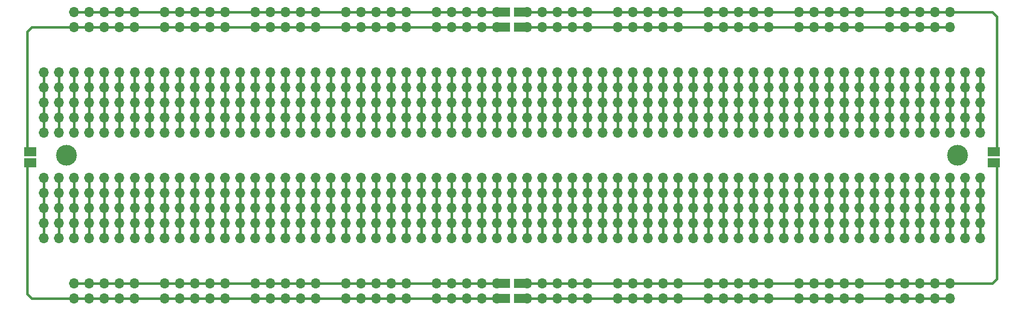
<source format=gbl>
G04 #@! TF.GenerationSoftware,KiCad,Pcbnew,(5.1.8)-1*
G04 #@! TF.CreationDate,2021-02-07T23:28:57+01:00*
G04 #@! TF.ProjectId,Breadboard 830,42726561-6462-46f6-9172-64203833302e,rev?*
G04 #@! TF.SameCoordinates,Original*
G04 #@! TF.FileFunction,Copper,L2,Bot*
G04 #@! TF.FilePolarity,Positive*
%FSLAX46Y46*%
G04 Gerber Fmt 4.6, Leading zero omitted, Abs format (unit mm)*
G04 Created by KiCad (PCBNEW (5.1.8)-1) date 2021-02-07 23:28:57*
%MOMM*%
%LPD*%
G01*
G04 APERTURE LIST*
G04 #@! TA.AperFunction,SMDPad,CuDef*
%ADD10R,1.900000X1.600000*%
G04 #@! TD*
G04 #@! TA.AperFunction,WasherPad*
%ADD11C,3.500000*%
G04 #@! TD*
G04 #@! TA.AperFunction,ComponentPad*
%ADD12O,1.700000X1.700000*%
G04 #@! TD*
G04 #@! TA.AperFunction,SMDPad,CuDef*
%ADD13R,2.000000X1.500000*%
G04 #@! TD*
G04 #@! TA.AperFunction,Conductor*
%ADD14C,0.381000*%
G04 #@! TD*
G04 APERTURE END LIST*
D10*
X166370000Y-71120000D03*
X163830000Y-71120000D03*
X166370000Y-73660000D03*
X163830000Y-73660000D03*
X166370000Y-116840000D03*
X163830000Y-116840000D03*
X166370000Y-119380000D03*
X163830000Y-119380000D03*
D11*
X240030000Y-95250000D03*
X90170000Y-95250000D03*
D12*
X132080000Y-116840000D03*
X129540000Y-116840000D03*
X127000000Y-116840000D03*
X124460000Y-116840000D03*
X121920000Y-116840000D03*
X121920000Y-119380000D03*
X124460000Y-119380000D03*
X127000000Y-119380000D03*
X129540000Y-119380000D03*
X132080000Y-119380000D03*
X101600000Y-116840000D03*
X99060000Y-116840000D03*
X96520000Y-116840000D03*
X93980000Y-116840000D03*
X91440000Y-116840000D03*
X91440000Y-119380000D03*
X93980000Y-119380000D03*
X96520000Y-119380000D03*
X99060000Y-119380000D03*
X101600000Y-119380000D03*
X116840000Y-116840000D03*
X114300000Y-116840000D03*
X111760000Y-116840000D03*
X109220000Y-116840000D03*
X106680000Y-116840000D03*
X106680000Y-119380000D03*
X109220000Y-119380000D03*
X111760000Y-119380000D03*
X114300000Y-119380000D03*
X116840000Y-119380000D03*
X208280000Y-116840000D03*
X205740000Y-116840000D03*
X203200000Y-116840000D03*
X200660000Y-116840000D03*
X198120000Y-116840000D03*
X198120000Y-119380000D03*
X200660000Y-119380000D03*
X203200000Y-119380000D03*
X205740000Y-119380000D03*
X208280000Y-119380000D03*
X238760000Y-116840000D03*
X236220000Y-116840000D03*
X233680000Y-116840000D03*
X231140000Y-116840000D03*
X228600000Y-116840000D03*
X228600000Y-119380000D03*
X231140000Y-119380000D03*
X233680000Y-119380000D03*
X236220000Y-119380000D03*
X238760000Y-119380000D03*
X193040000Y-116840000D03*
X190500000Y-116840000D03*
X187960000Y-116840000D03*
X185420000Y-116840000D03*
X182880000Y-116840000D03*
X182880000Y-119380000D03*
X185420000Y-119380000D03*
X187960000Y-119380000D03*
X190500000Y-119380000D03*
X193040000Y-119380000D03*
X162560000Y-116840000D03*
X160020000Y-116840000D03*
X157480000Y-116840000D03*
X154940000Y-116840000D03*
X152400000Y-116840000D03*
X152400000Y-119380000D03*
X154940000Y-119380000D03*
X157480000Y-119380000D03*
X160020000Y-119380000D03*
X162560000Y-119380000D03*
X177800000Y-116840000D03*
X175260000Y-116840000D03*
X172720000Y-116840000D03*
X170180000Y-116840000D03*
X167640000Y-116840000D03*
X167640000Y-119380000D03*
X170180000Y-119380000D03*
X172720000Y-119380000D03*
X175260000Y-119380000D03*
X177800000Y-119380000D03*
X147320000Y-116840000D03*
X144780000Y-116840000D03*
X142240000Y-116840000D03*
X139700000Y-116840000D03*
X137160000Y-116840000D03*
X137160000Y-119380000D03*
X139700000Y-119380000D03*
X142240000Y-119380000D03*
X144780000Y-119380000D03*
X147320000Y-119380000D03*
X223520000Y-116840000D03*
X220980000Y-116840000D03*
X218440000Y-116840000D03*
X215900000Y-116840000D03*
X213360000Y-116840000D03*
X213360000Y-119380000D03*
X215900000Y-119380000D03*
X218440000Y-119380000D03*
X220980000Y-119380000D03*
X223520000Y-119380000D03*
X193040000Y-71120000D03*
X190500000Y-71120000D03*
X187960000Y-71120000D03*
X185420000Y-71120000D03*
X182880000Y-71120000D03*
X182880000Y-73660000D03*
X185420000Y-73660000D03*
X187960000Y-73660000D03*
X190500000Y-73660000D03*
X193040000Y-73660000D03*
X223520000Y-71120000D03*
X220980000Y-71120000D03*
X218440000Y-71120000D03*
X215900000Y-71120000D03*
X213360000Y-71120000D03*
X213360000Y-73660000D03*
X215900000Y-73660000D03*
X218440000Y-73660000D03*
X220980000Y-73660000D03*
X223520000Y-73660000D03*
X238760000Y-71120000D03*
X236220000Y-71120000D03*
X233680000Y-71120000D03*
X231140000Y-71120000D03*
X228600000Y-71120000D03*
X228600000Y-73660000D03*
X231140000Y-73660000D03*
X233680000Y-73660000D03*
X236220000Y-73660000D03*
X238760000Y-73660000D03*
X177800000Y-71120000D03*
X175260000Y-71120000D03*
X172720000Y-71120000D03*
X170180000Y-71120000D03*
X167640000Y-71120000D03*
X167640000Y-73660000D03*
X170180000Y-73660000D03*
X172720000Y-73660000D03*
X175260000Y-73660000D03*
X177800000Y-73660000D03*
X208280000Y-71120000D03*
X205740000Y-71120000D03*
X203200000Y-71120000D03*
X200660000Y-71120000D03*
X198120000Y-71120000D03*
X198120000Y-73660000D03*
X200660000Y-73660000D03*
X203200000Y-73660000D03*
X205740000Y-73660000D03*
X208280000Y-73660000D03*
X147320000Y-71120000D03*
X144780000Y-71120000D03*
X142240000Y-71120000D03*
X139700000Y-71120000D03*
X137160000Y-71120000D03*
X137160000Y-73660000D03*
X139700000Y-73660000D03*
X142240000Y-73660000D03*
X144780000Y-73660000D03*
X147320000Y-73660000D03*
X162560000Y-71120000D03*
X160020000Y-71120000D03*
X157480000Y-71120000D03*
X154940000Y-71120000D03*
X152400000Y-71120000D03*
X152400000Y-73660000D03*
X154940000Y-73660000D03*
X157480000Y-73660000D03*
X160020000Y-73660000D03*
X162560000Y-73660000D03*
X116840000Y-71120000D03*
X114300000Y-71120000D03*
X111760000Y-71120000D03*
X109220000Y-71120000D03*
X106680000Y-71120000D03*
X106680000Y-73660000D03*
X109220000Y-73660000D03*
X111760000Y-73660000D03*
X114300000Y-73660000D03*
X116840000Y-73660000D03*
X132080000Y-71120000D03*
X129540000Y-71120000D03*
X127000000Y-71120000D03*
X124460000Y-71120000D03*
X121920000Y-71120000D03*
X121920000Y-73660000D03*
X124460000Y-73660000D03*
X127000000Y-73660000D03*
X129540000Y-73660000D03*
X132080000Y-73660000D03*
X101600000Y-71120000D03*
X99060000Y-71120000D03*
X96520000Y-71120000D03*
X93980000Y-71120000D03*
X91440000Y-71120000D03*
X91440000Y-73660000D03*
X93980000Y-73660000D03*
X96520000Y-73660000D03*
X99060000Y-73660000D03*
X101600000Y-73660000D03*
X86360000Y-109220000D03*
X86360000Y-106680000D03*
X86360000Y-104140000D03*
X86360000Y-101600000D03*
X86360000Y-99060000D03*
X86360000Y-91440000D03*
X86360000Y-88900000D03*
X86360000Y-86360000D03*
X86360000Y-83820000D03*
X86360000Y-81280000D03*
X182880000Y-81280000D03*
X182880000Y-83820000D03*
X182880000Y-86360000D03*
X182880000Y-88900000D03*
X182880000Y-91440000D03*
X182880000Y-99060000D03*
X182880000Y-101600000D03*
X182880000Y-104140000D03*
X182880000Y-106680000D03*
X182880000Y-109220000D03*
X215900000Y-109220000D03*
X215900000Y-106680000D03*
X215900000Y-104140000D03*
X215900000Y-101600000D03*
X215900000Y-99060000D03*
X215900000Y-91440000D03*
X215900000Y-88900000D03*
X215900000Y-86360000D03*
X215900000Y-83820000D03*
X215900000Y-81280000D03*
X213360000Y-81280000D03*
X213360000Y-83820000D03*
X213360000Y-86360000D03*
X213360000Y-88900000D03*
X213360000Y-91440000D03*
X213360000Y-99060000D03*
X213360000Y-101600000D03*
X213360000Y-104140000D03*
X213360000Y-106680000D03*
X213360000Y-109220000D03*
X210820000Y-109220000D03*
X210820000Y-106680000D03*
X210820000Y-104140000D03*
X210820000Y-101600000D03*
X210820000Y-99060000D03*
X210820000Y-91440000D03*
X210820000Y-88900000D03*
X210820000Y-86360000D03*
X210820000Y-83820000D03*
X210820000Y-81280000D03*
X208280000Y-81280000D03*
X208280000Y-83820000D03*
X208280000Y-86360000D03*
X208280000Y-88900000D03*
X208280000Y-91440000D03*
X208280000Y-99060000D03*
X208280000Y-101600000D03*
X208280000Y-104140000D03*
X208280000Y-106680000D03*
X208280000Y-109220000D03*
X205740000Y-109220000D03*
X205740000Y-106680000D03*
X205740000Y-104140000D03*
X205740000Y-101600000D03*
X205740000Y-99060000D03*
X205740000Y-91440000D03*
X205740000Y-88900000D03*
X205740000Y-86360000D03*
X205740000Y-83820000D03*
X205740000Y-81280000D03*
X203200000Y-81280000D03*
X203200000Y-83820000D03*
X203200000Y-86360000D03*
X203200000Y-88900000D03*
X203200000Y-91440000D03*
X203200000Y-99060000D03*
X203200000Y-101600000D03*
X203200000Y-104140000D03*
X203200000Y-106680000D03*
X203200000Y-109220000D03*
X200660000Y-109220000D03*
X200660000Y-106680000D03*
X200660000Y-104140000D03*
X200660000Y-101600000D03*
X200660000Y-99060000D03*
X200660000Y-91440000D03*
X200660000Y-88900000D03*
X200660000Y-86360000D03*
X200660000Y-83820000D03*
X200660000Y-81280000D03*
X198120000Y-109220000D03*
X198120000Y-106680000D03*
X198120000Y-104140000D03*
X198120000Y-101600000D03*
X198120000Y-99060000D03*
X198120000Y-91440000D03*
X198120000Y-88900000D03*
X198120000Y-86360000D03*
X198120000Y-83820000D03*
X198120000Y-81280000D03*
X195580000Y-81280000D03*
X195580000Y-83820000D03*
X195580000Y-86360000D03*
X195580000Y-88900000D03*
X195580000Y-91440000D03*
X195580000Y-99060000D03*
X195580000Y-101600000D03*
X195580000Y-104140000D03*
X195580000Y-106680000D03*
X195580000Y-109220000D03*
X193040000Y-109220000D03*
X193040000Y-106680000D03*
X193040000Y-104140000D03*
X193040000Y-101600000D03*
X193040000Y-99060000D03*
X193040000Y-91440000D03*
X193040000Y-88900000D03*
X193040000Y-86360000D03*
X193040000Y-83820000D03*
X193040000Y-81280000D03*
X190500000Y-81280000D03*
X190500000Y-83820000D03*
X190500000Y-86360000D03*
X190500000Y-88900000D03*
X190500000Y-91440000D03*
X190500000Y-99060000D03*
X190500000Y-101600000D03*
X190500000Y-104140000D03*
X190500000Y-106680000D03*
X190500000Y-109220000D03*
X187960000Y-109220000D03*
X187960000Y-106680000D03*
X187960000Y-104140000D03*
X187960000Y-101600000D03*
X187960000Y-99060000D03*
X187960000Y-91440000D03*
X187960000Y-88900000D03*
X187960000Y-86360000D03*
X187960000Y-83820000D03*
X187960000Y-81280000D03*
X134620000Y-81280000D03*
X134620000Y-83820000D03*
X134620000Y-86360000D03*
X134620000Y-88900000D03*
X134620000Y-91440000D03*
X134620000Y-99060000D03*
X134620000Y-101600000D03*
X134620000Y-104140000D03*
X134620000Y-106680000D03*
X134620000Y-109220000D03*
X132080000Y-109220000D03*
X132080000Y-106680000D03*
X132080000Y-104140000D03*
X132080000Y-101600000D03*
X132080000Y-99060000D03*
X132080000Y-91440000D03*
X132080000Y-88900000D03*
X132080000Y-86360000D03*
X132080000Y-83820000D03*
X132080000Y-81280000D03*
X180340000Y-109220000D03*
X180340000Y-106680000D03*
X180340000Y-104140000D03*
X180340000Y-101600000D03*
X180340000Y-99060000D03*
X180340000Y-91440000D03*
X180340000Y-88900000D03*
X180340000Y-86360000D03*
X180340000Y-83820000D03*
X180340000Y-81280000D03*
X177800000Y-81280000D03*
X177800000Y-83820000D03*
X177800000Y-86360000D03*
X177800000Y-88900000D03*
X177800000Y-91440000D03*
X177800000Y-99060000D03*
X177800000Y-101600000D03*
X177800000Y-104140000D03*
X177800000Y-106680000D03*
X177800000Y-109220000D03*
X175260000Y-109220000D03*
X175260000Y-106680000D03*
X175260000Y-104140000D03*
X175260000Y-101600000D03*
X175260000Y-99060000D03*
X175260000Y-91440000D03*
X175260000Y-88900000D03*
X175260000Y-86360000D03*
X175260000Y-83820000D03*
X175260000Y-81280000D03*
X172720000Y-81280000D03*
X172720000Y-83820000D03*
X172720000Y-86360000D03*
X172720000Y-88900000D03*
X172720000Y-91440000D03*
X172720000Y-99060000D03*
X172720000Y-101600000D03*
X172720000Y-104140000D03*
X172720000Y-106680000D03*
X172720000Y-109220000D03*
X170180000Y-109220000D03*
X170180000Y-106680000D03*
X170180000Y-104140000D03*
X170180000Y-101600000D03*
X170180000Y-99060000D03*
X170180000Y-91440000D03*
X170180000Y-88900000D03*
X170180000Y-86360000D03*
X170180000Y-83820000D03*
X170180000Y-81280000D03*
X167640000Y-81280000D03*
X167640000Y-83820000D03*
X167640000Y-86360000D03*
X167640000Y-88900000D03*
X167640000Y-91440000D03*
X167640000Y-99060000D03*
X167640000Y-101600000D03*
X167640000Y-104140000D03*
X167640000Y-106680000D03*
X167640000Y-109220000D03*
X165100000Y-109220000D03*
X165100000Y-106680000D03*
X165100000Y-104140000D03*
X165100000Y-101600000D03*
X165100000Y-99060000D03*
X165100000Y-91440000D03*
X165100000Y-88900000D03*
X165100000Y-86360000D03*
X165100000Y-83820000D03*
X165100000Y-81280000D03*
X162560000Y-81280000D03*
X162560000Y-83820000D03*
X162560000Y-86360000D03*
X162560000Y-88900000D03*
X162560000Y-91440000D03*
X162560000Y-99060000D03*
X162560000Y-101600000D03*
X162560000Y-104140000D03*
X162560000Y-106680000D03*
X162560000Y-109220000D03*
X129540000Y-109220000D03*
X129540000Y-106680000D03*
X129540000Y-104140000D03*
X129540000Y-101600000D03*
X129540000Y-99060000D03*
X129540000Y-91440000D03*
X129540000Y-88900000D03*
X129540000Y-86360000D03*
X129540000Y-83820000D03*
X129540000Y-81280000D03*
X127000000Y-81280000D03*
X127000000Y-83820000D03*
X127000000Y-86360000D03*
X127000000Y-88900000D03*
X127000000Y-91440000D03*
X127000000Y-99060000D03*
X127000000Y-101600000D03*
X127000000Y-104140000D03*
X127000000Y-106680000D03*
X127000000Y-109220000D03*
X124460000Y-109220000D03*
X124460000Y-106680000D03*
X124460000Y-104140000D03*
X124460000Y-101600000D03*
X124460000Y-99060000D03*
X124460000Y-91440000D03*
X124460000Y-88900000D03*
X124460000Y-86360000D03*
X124460000Y-83820000D03*
X124460000Y-81280000D03*
X121920000Y-81280000D03*
X121920000Y-83820000D03*
X121920000Y-86360000D03*
X121920000Y-88900000D03*
X121920000Y-91440000D03*
X121920000Y-99060000D03*
X121920000Y-101600000D03*
X121920000Y-104140000D03*
X121920000Y-106680000D03*
X121920000Y-109220000D03*
X119380000Y-109220000D03*
X119380000Y-106680000D03*
X119380000Y-104140000D03*
X119380000Y-101600000D03*
X119380000Y-99060000D03*
X119380000Y-91440000D03*
X119380000Y-88900000D03*
X119380000Y-86360000D03*
X119380000Y-83820000D03*
X119380000Y-81280000D03*
X116840000Y-81280000D03*
X116840000Y-83820000D03*
X116840000Y-86360000D03*
X116840000Y-88900000D03*
X116840000Y-91440000D03*
X116840000Y-99060000D03*
X116840000Y-101600000D03*
X116840000Y-104140000D03*
X116840000Y-106680000D03*
X116840000Y-109220000D03*
X114300000Y-109220000D03*
X114300000Y-106680000D03*
X114300000Y-104140000D03*
X114300000Y-101600000D03*
X114300000Y-99060000D03*
X114300000Y-91440000D03*
X114300000Y-88900000D03*
X114300000Y-86360000D03*
X114300000Y-83820000D03*
X114300000Y-81280000D03*
X111760000Y-81280000D03*
X111760000Y-83820000D03*
X111760000Y-86360000D03*
X111760000Y-88900000D03*
X111760000Y-91440000D03*
X111760000Y-99060000D03*
X111760000Y-101600000D03*
X111760000Y-104140000D03*
X111760000Y-106680000D03*
X111760000Y-109220000D03*
X109220000Y-109220000D03*
X109220000Y-106680000D03*
X109220000Y-104140000D03*
X109220000Y-101600000D03*
X109220000Y-99060000D03*
X109220000Y-91440000D03*
X109220000Y-88900000D03*
X109220000Y-86360000D03*
X109220000Y-83820000D03*
X109220000Y-81280000D03*
X106680000Y-81280000D03*
X106680000Y-83820000D03*
X106680000Y-86360000D03*
X106680000Y-88900000D03*
X106680000Y-91440000D03*
X106680000Y-99060000D03*
X106680000Y-101600000D03*
X106680000Y-104140000D03*
X106680000Y-106680000D03*
X106680000Y-109220000D03*
X101670000Y-109220000D03*
X101670000Y-106680000D03*
X101670000Y-104140000D03*
X101670000Y-101600000D03*
X101670000Y-99060000D03*
X101670000Y-91440000D03*
X101670000Y-88900000D03*
X101670000Y-86360000D03*
X101670000Y-83820000D03*
X101670000Y-81280000D03*
X104140000Y-81280000D03*
X104140000Y-83820000D03*
X104140000Y-86360000D03*
X104140000Y-88900000D03*
X104140000Y-91440000D03*
X104140000Y-99060000D03*
X104140000Y-101600000D03*
X104140000Y-104140000D03*
X104140000Y-106680000D03*
X104140000Y-109220000D03*
X160020000Y-109220000D03*
X160020000Y-106680000D03*
X160020000Y-104140000D03*
X160020000Y-101600000D03*
X160020000Y-99060000D03*
X160020000Y-91440000D03*
X160020000Y-88900000D03*
X160020000Y-86360000D03*
X160020000Y-83820000D03*
X160020000Y-81280000D03*
X99060000Y-81280000D03*
X99060000Y-83820000D03*
X99060000Y-86360000D03*
X99060000Y-88900000D03*
X99060000Y-91440000D03*
X99060000Y-99060000D03*
X99060000Y-101600000D03*
X99060000Y-104140000D03*
X99060000Y-106680000D03*
X99060000Y-109220000D03*
X157480000Y-109220000D03*
X157480000Y-106680000D03*
X157480000Y-104140000D03*
X157480000Y-101600000D03*
X157480000Y-99060000D03*
X157480000Y-91440000D03*
X157480000Y-88900000D03*
X157480000Y-86360000D03*
X157480000Y-83820000D03*
X157480000Y-81280000D03*
X96520000Y-81280000D03*
X96520000Y-83820000D03*
X96520000Y-86360000D03*
X96520000Y-88900000D03*
X96520000Y-91440000D03*
X96520000Y-99060000D03*
X96520000Y-101600000D03*
X96520000Y-104140000D03*
X96520000Y-106680000D03*
X96520000Y-109220000D03*
X154940000Y-109220000D03*
X154940000Y-106680000D03*
X154940000Y-104140000D03*
X154940000Y-101600000D03*
X154940000Y-99060000D03*
X154940000Y-91440000D03*
X154940000Y-88900000D03*
X154940000Y-86360000D03*
X154940000Y-83820000D03*
X154940000Y-81280000D03*
X93980000Y-81280000D03*
X93980000Y-83820000D03*
X93980000Y-86360000D03*
X93980000Y-88900000D03*
X93980000Y-91440000D03*
X93980000Y-99060000D03*
X93980000Y-101600000D03*
X93980000Y-104140000D03*
X93980000Y-106680000D03*
X93980000Y-109220000D03*
X152400000Y-109220000D03*
X152400000Y-106680000D03*
X152400000Y-104140000D03*
X152400000Y-101600000D03*
X152400000Y-99060000D03*
X152400000Y-91440000D03*
X152400000Y-88900000D03*
X152400000Y-86360000D03*
X152400000Y-83820000D03*
X152400000Y-81280000D03*
X91440000Y-81280000D03*
X91440000Y-83820000D03*
X91440000Y-86360000D03*
X91440000Y-88900000D03*
X91440000Y-91440000D03*
X91440000Y-99060000D03*
X91440000Y-101600000D03*
X91440000Y-104140000D03*
X91440000Y-106680000D03*
X91440000Y-109220000D03*
X149860000Y-109220000D03*
X149860000Y-106680000D03*
X149860000Y-104140000D03*
X149860000Y-101600000D03*
X149860000Y-99060000D03*
X149860000Y-91440000D03*
X149860000Y-88900000D03*
X149860000Y-86360000D03*
X149860000Y-83820000D03*
X149860000Y-81280000D03*
X88900000Y-81280000D03*
X88900000Y-83820000D03*
X88900000Y-86360000D03*
X88900000Y-88900000D03*
X88900000Y-91440000D03*
X88900000Y-99060000D03*
X88900000Y-101600000D03*
X88900000Y-104140000D03*
X88900000Y-106680000D03*
X88900000Y-109220000D03*
X147320000Y-109220000D03*
X147320000Y-106680000D03*
X147320000Y-104140000D03*
X147320000Y-101600000D03*
X147320000Y-99060000D03*
X147320000Y-91440000D03*
X147320000Y-88900000D03*
X147320000Y-86360000D03*
X147320000Y-83820000D03*
X147320000Y-81280000D03*
X236220000Y-81280000D03*
X236220000Y-83820000D03*
X236220000Y-86360000D03*
X236220000Y-88900000D03*
X236220000Y-91440000D03*
X236220000Y-99060000D03*
X236220000Y-101600000D03*
X236220000Y-104140000D03*
X236220000Y-106680000D03*
X236220000Y-109220000D03*
X144780000Y-109220000D03*
X144780000Y-106680000D03*
X144780000Y-104140000D03*
X144780000Y-101600000D03*
X144780000Y-99060000D03*
X144780000Y-91440000D03*
X144780000Y-88900000D03*
X144780000Y-86360000D03*
X144780000Y-83820000D03*
X144780000Y-81280000D03*
X238760000Y-81280000D03*
X238760000Y-83820000D03*
X238760000Y-86360000D03*
X238760000Y-88900000D03*
X238760000Y-91440000D03*
X238760000Y-99060000D03*
X238760000Y-101600000D03*
X238760000Y-104140000D03*
X238760000Y-106680000D03*
X238760000Y-109220000D03*
X142240000Y-109220000D03*
X142240000Y-106680000D03*
X142240000Y-104140000D03*
X142240000Y-101600000D03*
X142240000Y-99060000D03*
X142240000Y-91440000D03*
X142240000Y-88900000D03*
X142240000Y-86360000D03*
X142240000Y-83820000D03*
X142240000Y-81280000D03*
X241300000Y-81280000D03*
X241300000Y-83820000D03*
X241300000Y-86360000D03*
X241300000Y-88900000D03*
X241300000Y-91440000D03*
X241300000Y-99060000D03*
X241300000Y-101600000D03*
X241300000Y-104140000D03*
X241300000Y-106680000D03*
X241300000Y-109220000D03*
X139700000Y-109220000D03*
X139700000Y-106680000D03*
X139700000Y-104140000D03*
X139700000Y-101600000D03*
X139700000Y-99060000D03*
X139700000Y-91440000D03*
X139700000Y-88900000D03*
X139700000Y-86360000D03*
X139700000Y-83820000D03*
X139700000Y-81280000D03*
X243840000Y-81280000D03*
X243840000Y-83820000D03*
X243840000Y-86360000D03*
X243840000Y-88900000D03*
X243840000Y-91440000D03*
X243840000Y-99060000D03*
X243840000Y-101600000D03*
X243840000Y-104140000D03*
X243840000Y-106680000D03*
X243840000Y-109220000D03*
X137160000Y-109220000D03*
X137160000Y-106680000D03*
X137160000Y-104140000D03*
X137160000Y-101600000D03*
X137160000Y-99060000D03*
X137160000Y-91440000D03*
X137160000Y-88900000D03*
X137160000Y-86360000D03*
X137160000Y-83820000D03*
X137160000Y-81280000D03*
X185420000Y-81280000D03*
X185420000Y-83820000D03*
X185420000Y-86360000D03*
X185420000Y-88900000D03*
X185420000Y-91440000D03*
X185420000Y-99060000D03*
X185420000Y-101600000D03*
X185420000Y-104140000D03*
X185420000Y-106680000D03*
X185420000Y-109220000D03*
X218440000Y-109220000D03*
X218440000Y-106680000D03*
X218440000Y-104140000D03*
X218440000Y-101600000D03*
X218440000Y-99060000D03*
X218440000Y-91440000D03*
X218440000Y-88900000D03*
X218440000Y-86360000D03*
X218440000Y-83820000D03*
X218440000Y-81280000D03*
X220980000Y-81280000D03*
X220980000Y-83820000D03*
X220980000Y-86360000D03*
X220980000Y-88900000D03*
X220980000Y-91440000D03*
X220980000Y-99060000D03*
X220980000Y-101600000D03*
X220980000Y-104140000D03*
X220980000Y-106680000D03*
X220980000Y-109220000D03*
X223520000Y-109220000D03*
X223520000Y-106680000D03*
X223520000Y-104140000D03*
X223520000Y-101600000D03*
X223520000Y-99060000D03*
X223520000Y-91440000D03*
X223520000Y-88900000D03*
X223520000Y-86360000D03*
X223520000Y-83820000D03*
X223520000Y-81280000D03*
X226060000Y-81280000D03*
X226060000Y-83820000D03*
X226060000Y-86360000D03*
X226060000Y-88900000D03*
X226060000Y-91440000D03*
X226060000Y-99060000D03*
X226060000Y-101600000D03*
X226060000Y-104140000D03*
X226060000Y-106680000D03*
X226060000Y-109220000D03*
X228600000Y-109220000D03*
X228600000Y-106680000D03*
X228600000Y-104140000D03*
X228600000Y-101600000D03*
X228600000Y-99060000D03*
X228600000Y-91440000D03*
X228600000Y-88900000D03*
X228600000Y-86360000D03*
X228600000Y-83820000D03*
X228600000Y-81280000D03*
X231140000Y-81280000D03*
X231140000Y-83820000D03*
X231140000Y-86360000D03*
X231140000Y-88900000D03*
X231140000Y-91440000D03*
X231140000Y-99060000D03*
X231140000Y-101600000D03*
X231140000Y-104140000D03*
X231140000Y-106680000D03*
X231140000Y-109220000D03*
X233680000Y-109220000D03*
X233680000Y-106680000D03*
X233680000Y-104140000D03*
X233680000Y-101600000D03*
X233680000Y-99060000D03*
X233680000Y-91440000D03*
X233680000Y-88900000D03*
X233680000Y-86360000D03*
X233680000Y-83820000D03*
X233680000Y-81280000D03*
D13*
X84074000Y-96520000D03*
X84074000Y-94615000D03*
X246126000Y-96520000D03*
X246126000Y-94615000D03*
D14*
X152400000Y-71120000D02*
X149860000Y-71120000D01*
X144780000Y-71120000D02*
X147320000Y-71120000D01*
X137160000Y-71120000D02*
X142240000Y-71120000D01*
X142240000Y-71120000D02*
X144780000Y-71120000D01*
X147320000Y-71120000D02*
X149860000Y-71120000D01*
X137160000Y-71120000D02*
X134620000Y-71120000D01*
X129540000Y-71120000D02*
X132080000Y-71120000D01*
X121920000Y-71120000D02*
X127000000Y-71120000D01*
X127000000Y-71120000D02*
X129540000Y-71120000D01*
X132080000Y-71120000D02*
X134620000Y-71120000D01*
X121920000Y-71120000D02*
X119380000Y-71120000D01*
X114300000Y-71120000D02*
X116840000Y-71120000D01*
X106680000Y-71120000D02*
X111760000Y-71120000D01*
X111760000Y-71120000D02*
X114300000Y-71120000D01*
X116840000Y-71120000D02*
X119380000Y-71120000D01*
X106680000Y-71120000D02*
X104140000Y-71120000D01*
X99060000Y-71120000D02*
X101600000Y-71120000D01*
X91440000Y-71120000D02*
X96520000Y-71120000D01*
X96520000Y-71120000D02*
X99060000Y-71120000D01*
X101600000Y-71120000D02*
X104140000Y-71120000D01*
X163830000Y-71120000D02*
X162560000Y-71120000D01*
X162560000Y-71120000D02*
X160020000Y-71120000D01*
X160020000Y-71120000D02*
X157480000Y-71120000D01*
X157480000Y-71120000D02*
X154940000Y-71120000D01*
X154940000Y-71120000D02*
X152400000Y-71120000D01*
X149860000Y-73660000D02*
X152400000Y-73660000D01*
X137160000Y-73660000D02*
X142240000Y-73660000D01*
X142240000Y-73660000D02*
X144780000Y-73660000D01*
X144780000Y-73660000D02*
X147320000Y-73660000D01*
X147320000Y-73660000D02*
X149860000Y-73660000D01*
X134620000Y-73660000D02*
X137160000Y-73660000D01*
X121920000Y-73660000D02*
X127000000Y-73660000D01*
X127000000Y-73660000D02*
X129540000Y-73660000D01*
X129540000Y-73660000D02*
X132080000Y-73660000D01*
X132080000Y-73660000D02*
X134620000Y-73660000D01*
X119380000Y-73660000D02*
X121920000Y-73660000D01*
X106680000Y-73660000D02*
X111760000Y-73660000D01*
X111760000Y-73660000D02*
X114300000Y-73660000D01*
X114300000Y-73660000D02*
X116840000Y-73660000D01*
X116840000Y-73660000D02*
X119380000Y-73660000D01*
X104140000Y-73660000D02*
X106680000Y-73660000D01*
X91440000Y-73660000D02*
X96520000Y-73660000D01*
X96520000Y-73660000D02*
X99060000Y-73660000D01*
X99060000Y-73660000D02*
X101600000Y-73660000D01*
X101600000Y-73660000D02*
X104140000Y-73660000D01*
X163830000Y-73660000D02*
X162560000Y-73660000D01*
X152400000Y-73660000D02*
X154940000Y-73660000D01*
X154940000Y-73660000D02*
X157480000Y-73660000D01*
X157480000Y-73660000D02*
X160020000Y-73660000D01*
X160020000Y-73660000D02*
X162560000Y-73660000D01*
X83566000Y-74422000D02*
X84328000Y-73660000D01*
X83566000Y-94234000D02*
X83566000Y-74422000D01*
X84328000Y-73660000D02*
X91440000Y-73660000D01*
X84074000Y-94742000D02*
X83566000Y-94234000D01*
X236220000Y-71120000D02*
X238760000Y-71120000D01*
X228600000Y-71120000D02*
X233680000Y-71120000D01*
X233680000Y-71120000D02*
X236220000Y-71120000D01*
X228600000Y-71120000D02*
X226060000Y-71120000D01*
X220980000Y-71120000D02*
X223520000Y-71120000D01*
X213360000Y-71120000D02*
X218440000Y-71120000D01*
X218440000Y-71120000D02*
X220980000Y-71120000D01*
X223520000Y-71120000D02*
X226060000Y-71120000D01*
X213360000Y-71120000D02*
X210820000Y-71120000D01*
X205740000Y-71120000D02*
X208280000Y-71120000D01*
X198120000Y-71120000D02*
X203200000Y-71120000D01*
X203200000Y-71120000D02*
X205740000Y-71120000D01*
X208280000Y-71120000D02*
X210820000Y-71120000D01*
X198120000Y-71120000D02*
X195580000Y-71120000D01*
X190500000Y-71120000D02*
X193040000Y-71120000D01*
X182880000Y-71120000D02*
X187960000Y-71120000D01*
X187960000Y-71120000D02*
X190500000Y-71120000D01*
X193040000Y-71120000D02*
X195580000Y-71120000D01*
X182880000Y-71120000D02*
X180340000Y-71120000D01*
X175260000Y-71120000D02*
X177800000Y-71120000D01*
X167640000Y-71120000D02*
X172720000Y-71120000D01*
X172720000Y-71120000D02*
X175260000Y-71120000D01*
X177800000Y-71120000D02*
X180340000Y-71120000D01*
X167640000Y-71120000D02*
X166370000Y-71120000D01*
X245872000Y-71120000D02*
X238760000Y-71120000D01*
X246634000Y-71882000D02*
X245872000Y-71120000D01*
X246634000Y-93472000D02*
X246634000Y-71882000D01*
X246634000Y-94107000D02*
X246126000Y-94615000D01*
X246634000Y-93472000D02*
X246634000Y-94107000D01*
X228600000Y-73660000D02*
X233680000Y-73660000D01*
X233680000Y-73660000D02*
X236220000Y-73660000D01*
X236220000Y-73660000D02*
X238760000Y-73660000D01*
X226060000Y-73660000D02*
X228600000Y-73660000D01*
X213360000Y-73660000D02*
X218440000Y-73660000D01*
X218440000Y-73660000D02*
X220980000Y-73660000D01*
X220980000Y-73660000D02*
X223520000Y-73660000D01*
X223520000Y-73660000D02*
X226060000Y-73660000D01*
X210820000Y-73660000D02*
X213360000Y-73660000D01*
X198120000Y-73660000D02*
X203200000Y-73660000D01*
X203200000Y-73660000D02*
X205740000Y-73660000D01*
X205740000Y-73660000D02*
X208280000Y-73660000D01*
X208280000Y-73660000D02*
X210820000Y-73660000D01*
X195580000Y-73660000D02*
X198120000Y-73660000D01*
X182880000Y-73660000D02*
X187960000Y-73660000D01*
X187960000Y-73660000D02*
X190500000Y-73660000D01*
X190500000Y-73660000D02*
X193040000Y-73660000D01*
X193040000Y-73660000D02*
X195580000Y-73660000D01*
X180340000Y-73660000D02*
X182880000Y-73660000D01*
X167640000Y-73660000D02*
X172720000Y-73660000D01*
X172720000Y-73660000D02*
X175260000Y-73660000D01*
X175260000Y-73660000D02*
X177800000Y-73660000D01*
X177800000Y-73660000D02*
X180340000Y-73660000D01*
X167640000Y-73660000D02*
X166370000Y-73660000D01*
X101600000Y-116840000D02*
X99060000Y-116840000D01*
X93980000Y-116840000D02*
X96520000Y-116840000D01*
X91440000Y-116840000D02*
X93980000Y-116840000D01*
X96520000Y-116840000D02*
X99060000Y-116840000D01*
X116840000Y-116840000D02*
X114300000Y-116840000D01*
X109220000Y-116840000D02*
X111760000Y-116840000D01*
X101600000Y-116840000D02*
X106680000Y-116840000D01*
X106680000Y-116840000D02*
X109220000Y-116840000D01*
X111760000Y-116840000D02*
X114300000Y-116840000D01*
X132080000Y-116840000D02*
X129540000Y-116840000D01*
X124460000Y-116840000D02*
X127000000Y-116840000D01*
X116840000Y-116840000D02*
X121920000Y-116840000D01*
X121920000Y-116840000D02*
X124460000Y-116840000D01*
X127000000Y-116840000D02*
X129540000Y-116840000D01*
X147320000Y-116840000D02*
X144780000Y-116840000D01*
X139700000Y-116840000D02*
X142240000Y-116840000D01*
X132080000Y-116840000D02*
X137160000Y-116840000D01*
X137160000Y-116840000D02*
X139700000Y-116840000D01*
X142240000Y-116840000D02*
X144780000Y-116840000D01*
X162560000Y-116840000D02*
X160020000Y-116840000D01*
X163830000Y-116840000D02*
X162560000Y-116840000D01*
X147320000Y-116840000D02*
X152400000Y-116840000D01*
X152400000Y-116840000D02*
X154940000Y-116840000D01*
X154940000Y-116840000D02*
X157480000Y-116840000D01*
X157480000Y-116840000D02*
X160020000Y-116840000D01*
X99060000Y-119380000D02*
X101600000Y-119380000D01*
X91440000Y-119380000D02*
X93980000Y-119380000D01*
X93980000Y-119380000D02*
X96520000Y-119380000D01*
X96520000Y-119380000D02*
X99060000Y-119380000D01*
X114300000Y-119380000D02*
X116840000Y-119380000D01*
X101600000Y-119380000D02*
X106680000Y-119380000D01*
X106680000Y-119380000D02*
X109220000Y-119380000D01*
X109220000Y-119380000D02*
X111760000Y-119380000D01*
X111760000Y-119380000D02*
X114300000Y-119380000D01*
X129540000Y-119380000D02*
X132080000Y-119380000D01*
X116840000Y-119380000D02*
X121920000Y-119380000D01*
X121920000Y-119380000D02*
X124460000Y-119380000D01*
X124460000Y-119380000D02*
X127000000Y-119380000D01*
X127000000Y-119380000D02*
X129540000Y-119380000D01*
X144780000Y-119380000D02*
X147320000Y-119380000D01*
X132080000Y-119380000D02*
X137160000Y-119380000D01*
X137160000Y-119380000D02*
X139700000Y-119380000D01*
X139700000Y-119380000D02*
X142240000Y-119380000D01*
X142240000Y-119380000D02*
X144780000Y-119380000D01*
X160020000Y-119380000D02*
X162560000Y-119380000D01*
X162560000Y-119380000D02*
X163830000Y-119380000D01*
X147320000Y-119380000D02*
X152400000Y-119380000D01*
X152400000Y-119380000D02*
X154940000Y-119380000D01*
X154940000Y-119380000D02*
X157480000Y-119380000D01*
X157480000Y-119380000D02*
X160020000Y-119380000D01*
X84328000Y-119380000D02*
X91440000Y-119380000D01*
X83566000Y-118618000D02*
X84328000Y-119380000D01*
X83566000Y-97028000D02*
X83566000Y-118618000D01*
X84074000Y-96520000D02*
X83566000Y-97028000D01*
X238760000Y-116840000D02*
X236220000Y-116840000D01*
X231140000Y-116840000D02*
X233680000Y-116840000D01*
X223520000Y-116840000D02*
X228600000Y-116840000D01*
X228600000Y-116840000D02*
X231140000Y-116840000D01*
X233680000Y-116840000D02*
X236220000Y-116840000D01*
X223520000Y-116840000D02*
X220980000Y-116840000D01*
X215900000Y-116840000D02*
X218440000Y-116840000D01*
X208280000Y-116840000D02*
X213360000Y-116840000D01*
X213360000Y-116840000D02*
X215900000Y-116840000D01*
X218440000Y-116840000D02*
X220980000Y-116840000D01*
X208280000Y-116840000D02*
X205740000Y-116840000D01*
X200660000Y-116840000D02*
X203200000Y-116840000D01*
X193040000Y-116840000D02*
X198120000Y-116840000D01*
X198120000Y-116840000D02*
X200660000Y-116840000D01*
X203200000Y-116840000D02*
X205740000Y-116840000D01*
X193040000Y-116840000D02*
X190500000Y-116840000D01*
X185420000Y-116840000D02*
X187960000Y-116840000D01*
X177800000Y-116840000D02*
X182880000Y-116840000D01*
X182880000Y-116840000D02*
X185420000Y-116840000D01*
X187960000Y-116840000D02*
X190500000Y-116840000D01*
X182880000Y-116840000D02*
X180340000Y-116840000D01*
X175260000Y-116840000D02*
X177800000Y-116840000D01*
X167640000Y-116840000D02*
X172720000Y-116840000D01*
X172720000Y-116840000D02*
X175260000Y-116840000D01*
X177800000Y-116840000D02*
X180340000Y-116840000D01*
X166370000Y-116840000D02*
X167640000Y-116840000D01*
X245872000Y-116840000D02*
X238760000Y-116840000D01*
X246634000Y-116078000D02*
X245872000Y-116840000D01*
X246634000Y-97028000D02*
X246634000Y-116078000D01*
X246126000Y-96520000D02*
X246634000Y-97028000D01*
X236220000Y-119380000D02*
X238760000Y-119380000D01*
X223520000Y-119380000D02*
X228600000Y-119380000D01*
X228600000Y-119380000D02*
X231140000Y-119380000D01*
X231140000Y-119380000D02*
X233680000Y-119380000D01*
X233680000Y-119380000D02*
X236220000Y-119380000D01*
X220980000Y-119380000D02*
X223520000Y-119380000D01*
X208280000Y-119380000D02*
X213360000Y-119380000D01*
X213360000Y-119380000D02*
X215900000Y-119380000D01*
X215900000Y-119380000D02*
X218440000Y-119380000D01*
X218440000Y-119380000D02*
X220980000Y-119380000D01*
X205740000Y-119380000D02*
X208280000Y-119380000D01*
X193040000Y-119380000D02*
X198120000Y-119380000D01*
X198120000Y-119380000D02*
X200660000Y-119380000D01*
X200660000Y-119380000D02*
X203200000Y-119380000D01*
X203200000Y-119380000D02*
X205740000Y-119380000D01*
X190500000Y-119380000D02*
X193040000Y-119380000D01*
X177800000Y-119380000D02*
X182880000Y-119380000D01*
X182880000Y-119380000D02*
X185420000Y-119380000D01*
X185420000Y-119380000D02*
X187960000Y-119380000D01*
X187960000Y-119380000D02*
X190500000Y-119380000D01*
X180340000Y-119380000D02*
X182880000Y-119380000D01*
X167640000Y-119380000D02*
X172720000Y-119380000D01*
X172720000Y-119380000D02*
X175260000Y-119380000D01*
X175260000Y-119380000D02*
X177800000Y-119380000D01*
X177800000Y-119380000D02*
X180340000Y-119380000D01*
X167640000Y-119380000D02*
X166370000Y-119380000D01*
X86360000Y-99060000D02*
X86360000Y-101600000D01*
X86360000Y-101600000D02*
X86360000Y-104140000D01*
X86360000Y-106680000D02*
X86360000Y-104140000D01*
X86360000Y-106680000D02*
X86360000Y-109220000D01*
X86360000Y-81280000D02*
X86360000Y-83820000D01*
X86360000Y-83820000D02*
X86360000Y-86360000D01*
X86360000Y-86360000D02*
X86360000Y-88900000D01*
X86360000Y-88900000D02*
X86360000Y-91440000D01*
X182880000Y-83820000D02*
X182880000Y-86360000D01*
X182880000Y-86360000D02*
X182880000Y-88900000D01*
X182880000Y-81280000D02*
X182880000Y-83820000D01*
X182880000Y-88900000D02*
X182880000Y-91440000D01*
X182880000Y-106680000D02*
X182880000Y-109220000D01*
X182880000Y-99060000D02*
X182880000Y-101600000D01*
X182880000Y-101600000D02*
X182880000Y-104140000D01*
X182880000Y-106680000D02*
X182880000Y-104140000D01*
X215900000Y-106680000D02*
X215900000Y-109220000D01*
X215900000Y-99060000D02*
X215900000Y-101600000D01*
X215900000Y-101600000D02*
X215900000Y-104140000D01*
X215900000Y-106680000D02*
X215900000Y-104140000D01*
X215900000Y-83820000D02*
X215900000Y-86360000D01*
X215900000Y-86360000D02*
X215900000Y-88900000D01*
X215900000Y-81280000D02*
X215900000Y-83820000D01*
X215900000Y-88900000D02*
X215900000Y-91440000D01*
X213360000Y-83820000D02*
X213360000Y-86360000D01*
X213360000Y-86360000D02*
X213360000Y-88900000D01*
X213360000Y-81280000D02*
X213360000Y-83820000D01*
X213360000Y-88900000D02*
X213360000Y-91440000D01*
X213360000Y-106680000D02*
X213360000Y-109220000D01*
X213360000Y-99060000D02*
X213360000Y-101600000D01*
X213360000Y-101600000D02*
X213360000Y-104140000D01*
X213360000Y-106680000D02*
X213360000Y-104140000D01*
X210820000Y-106680000D02*
X210820000Y-109220000D01*
X210820000Y-99060000D02*
X210820000Y-101600000D01*
X210820000Y-101600000D02*
X210820000Y-104140000D01*
X210820000Y-106680000D02*
X210820000Y-104140000D01*
X210820000Y-83820000D02*
X210820000Y-86360000D01*
X210820000Y-86360000D02*
X210820000Y-88900000D01*
X210820000Y-81280000D02*
X210820000Y-83820000D01*
X210820000Y-88900000D02*
X210820000Y-91440000D01*
X208280000Y-83820000D02*
X208280000Y-86360000D01*
X208280000Y-86360000D02*
X208280000Y-88900000D01*
X208280000Y-81280000D02*
X208280000Y-83820000D01*
X208280000Y-88900000D02*
X208280000Y-91440000D01*
X208280000Y-106680000D02*
X208280000Y-109220000D01*
X208280000Y-99060000D02*
X208280000Y-101600000D01*
X208280000Y-101600000D02*
X208280000Y-104140000D01*
X208280000Y-106680000D02*
X208280000Y-104140000D01*
X205740000Y-106680000D02*
X205740000Y-109220000D01*
X205740000Y-99060000D02*
X205740000Y-101600000D01*
X205740000Y-101600000D02*
X205740000Y-104140000D01*
X205740000Y-106680000D02*
X205740000Y-104140000D01*
X205740000Y-83820000D02*
X205740000Y-86360000D01*
X205740000Y-86360000D02*
X205740000Y-88900000D01*
X205740000Y-81280000D02*
X205740000Y-83820000D01*
X205740000Y-88900000D02*
X205740000Y-91440000D01*
X203200000Y-83820000D02*
X203200000Y-86360000D01*
X203200000Y-86360000D02*
X203200000Y-88900000D01*
X203200000Y-81280000D02*
X203200000Y-83820000D01*
X203200000Y-88900000D02*
X203200000Y-91440000D01*
X203200000Y-106680000D02*
X203200000Y-109220000D01*
X203200000Y-99060000D02*
X203200000Y-101600000D01*
X203200000Y-101600000D02*
X203200000Y-104140000D01*
X203200000Y-106680000D02*
X203200000Y-104140000D01*
X200660000Y-106680000D02*
X200660000Y-109220000D01*
X200660000Y-99060000D02*
X200660000Y-101600000D01*
X200660000Y-101600000D02*
X200660000Y-104140000D01*
X200660000Y-106680000D02*
X200660000Y-104140000D01*
X200660000Y-83820000D02*
X200660000Y-86360000D01*
X200660000Y-86360000D02*
X200660000Y-88900000D01*
X200660000Y-81280000D02*
X200660000Y-83820000D01*
X200660000Y-88900000D02*
X200660000Y-91440000D01*
X198120000Y-106680000D02*
X198120000Y-109220000D01*
X198120000Y-99060000D02*
X198120000Y-101600000D01*
X198120000Y-101600000D02*
X198120000Y-104140000D01*
X198120000Y-106680000D02*
X198120000Y-104140000D01*
X198120000Y-83820000D02*
X198120000Y-86360000D01*
X198120000Y-86360000D02*
X198120000Y-88900000D01*
X198120000Y-81280000D02*
X198120000Y-83820000D01*
X198120000Y-88900000D02*
X198120000Y-91440000D01*
X195580000Y-83820000D02*
X195580000Y-86360000D01*
X195580000Y-86360000D02*
X195580000Y-88900000D01*
X195580000Y-81280000D02*
X195580000Y-83820000D01*
X195580000Y-88900000D02*
X195580000Y-91440000D01*
X195580000Y-106680000D02*
X195580000Y-109220000D01*
X195580000Y-99060000D02*
X195580000Y-101600000D01*
X195580000Y-101600000D02*
X195580000Y-104140000D01*
X195580000Y-106680000D02*
X195580000Y-104140000D01*
X193040000Y-106680000D02*
X193040000Y-109220000D01*
X193040000Y-99060000D02*
X193040000Y-101600000D01*
X193040000Y-101600000D02*
X193040000Y-104140000D01*
X193040000Y-106680000D02*
X193040000Y-104140000D01*
X193040000Y-83820000D02*
X193040000Y-86360000D01*
X193040000Y-86360000D02*
X193040000Y-88900000D01*
X193040000Y-81280000D02*
X193040000Y-83820000D01*
X193040000Y-88900000D02*
X193040000Y-91440000D01*
X190500000Y-83820000D02*
X190500000Y-86360000D01*
X190500000Y-86360000D02*
X190500000Y-88900000D01*
X190500000Y-81280000D02*
X190500000Y-83820000D01*
X190500000Y-88900000D02*
X190500000Y-91440000D01*
X190500000Y-106680000D02*
X190500000Y-109220000D01*
X190500000Y-99060000D02*
X190500000Y-101600000D01*
X190500000Y-101600000D02*
X190500000Y-104140000D01*
X190500000Y-106680000D02*
X190500000Y-104140000D01*
X187960000Y-106680000D02*
X187960000Y-109220000D01*
X187960000Y-99060000D02*
X187960000Y-101600000D01*
X187960000Y-101600000D02*
X187960000Y-104140000D01*
X187960000Y-106680000D02*
X187960000Y-104140000D01*
X187960000Y-83820000D02*
X187960000Y-86360000D01*
X187960000Y-86360000D02*
X187960000Y-88900000D01*
X187960000Y-81280000D02*
X187960000Y-83820000D01*
X187960000Y-88900000D02*
X187960000Y-91440000D01*
X134620000Y-81280000D02*
X134620000Y-83820000D01*
X134620000Y-86360000D02*
X134620000Y-88900000D01*
X134620000Y-88900000D02*
X134620000Y-91440000D01*
X134620000Y-83820000D02*
X134620000Y-86360000D01*
X134620000Y-106680000D02*
X134620000Y-109220000D01*
X134620000Y-106680000D02*
X134620000Y-104140000D01*
X134620000Y-99060000D02*
X134620000Y-101600000D01*
X134620000Y-101600000D02*
X134620000Y-104140000D01*
X132080000Y-101600000D02*
X132080000Y-104140000D01*
X132080000Y-106680000D02*
X132080000Y-104140000D01*
X132080000Y-106680000D02*
X132080000Y-109220000D01*
X132080000Y-99060000D02*
X132080000Y-101600000D01*
X132080000Y-86360000D02*
X132080000Y-88900000D01*
X132080000Y-88900000D02*
X132080000Y-91440000D01*
X132080000Y-81280000D02*
X132080000Y-83820000D01*
X132080000Y-83820000D02*
X132080000Y-86360000D01*
X180340000Y-106680000D02*
X180340000Y-109220000D01*
X180340000Y-99060000D02*
X180340000Y-101600000D01*
X180340000Y-101600000D02*
X180340000Y-104140000D01*
X180340000Y-106680000D02*
X180340000Y-104140000D01*
X180340000Y-83820000D02*
X180340000Y-86360000D01*
X180340000Y-86360000D02*
X180340000Y-88900000D01*
X180340000Y-81280000D02*
X180340000Y-83820000D01*
X180340000Y-88900000D02*
X180340000Y-91440000D01*
X177800000Y-83820000D02*
X177800000Y-86360000D01*
X177800000Y-86360000D02*
X177800000Y-88900000D01*
X177800000Y-81280000D02*
X177800000Y-83820000D01*
X177800000Y-88900000D02*
X177800000Y-91440000D01*
X177800000Y-106680000D02*
X177800000Y-109220000D01*
X177800000Y-99060000D02*
X177800000Y-101600000D01*
X177800000Y-101600000D02*
X177800000Y-104140000D01*
X177800000Y-106680000D02*
X177800000Y-104140000D01*
X175260000Y-106680000D02*
X175260000Y-109220000D01*
X175260000Y-99060000D02*
X175260000Y-101600000D01*
X175260000Y-101600000D02*
X175260000Y-104140000D01*
X175260000Y-106680000D02*
X175260000Y-104140000D01*
X175260000Y-83820000D02*
X175260000Y-86360000D01*
X175260000Y-86360000D02*
X175260000Y-88900000D01*
X175260000Y-81280000D02*
X175260000Y-83820000D01*
X175260000Y-88900000D02*
X175260000Y-91440000D01*
X172720000Y-83820000D02*
X172720000Y-86360000D01*
X172720000Y-86360000D02*
X172720000Y-88900000D01*
X172720000Y-81280000D02*
X172720000Y-83820000D01*
X172720000Y-88900000D02*
X172720000Y-91440000D01*
X172720000Y-106680000D02*
X172720000Y-109220000D01*
X172720000Y-99060000D02*
X172720000Y-101600000D01*
X172720000Y-101600000D02*
X172720000Y-104140000D01*
X172720000Y-106680000D02*
X172720000Y-104140000D01*
X170180000Y-106680000D02*
X170180000Y-109220000D01*
X170180000Y-99060000D02*
X170180000Y-101600000D01*
X170180000Y-101600000D02*
X170180000Y-104140000D01*
X170180000Y-106680000D02*
X170180000Y-104140000D01*
X170180000Y-83820000D02*
X170180000Y-86360000D01*
X170180000Y-86360000D02*
X170180000Y-88900000D01*
X170180000Y-81280000D02*
X170180000Y-83820000D01*
X170180000Y-88900000D02*
X170180000Y-91440000D01*
X167640000Y-83820000D02*
X167640000Y-86360000D01*
X167640000Y-86360000D02*
X167640000Y-88900000D01*
X167640000Y-81280000D02*
X167640000Y-83820000D01*
X167640000Y-88900000D02*
X167640000Y-91440000D01*
X167640000Y-106680000D02*
X167640000Y-109220000D01*
X167640000Y-99060000D02*
X167640000Y-101600000D01*
X167640000Y-101600000D02*
X167640000Y-104140000D01*
X167640000Y-106680000D02*
X167640000Y-104140000D01*
X165100000Y-106680000D02*
X165100000Y-109220000D01*
X165100000Y-99060000D02*
X165100000Y-101600000D01*
X165100000Y-101600000D02*
X165100000Y-104140000D01*
X165100000Y-106680000D02*
X165100000Y-104140000D01*
X165100000Y-83820000D02*
X165100000Y-86360000D01*
X165100000Y-86360000D02*
X165100000Y-88900000D01*
X165100000Y-81280000D02*
X165100000Y-83820000D01*
X165100000Y-88900000D02*
X165100000Y-91440000D01*
X162560000Y-83820000D02*
X162560000Y-86360000D01*
X162560000Y-86360000D02*
X162560000Y-88900000D01*
X162560000Y-81280000D02*
X162560000Y-83820000D01*
X162560000Y-88900000D02*
X162560000Y-91440000D01*
X162560000Y-106680000D02*
X162560000Y-109220000D01*
X162560000Y-99060000D02*
X162560000Y-101600000D01*
X162560000Y-101600000D02*
X162560000Y-104140000D01*
X162560000Y-106680000D02*
X162560000Y-104140000D01*
X129540000Y-106680000D02*
X129540000Y-109220000D01*
X129540000Y-101600000D02*
X129540000Y-104140000D01*
X129540000Y-106680000D02*
X129540000Y-104140000D01*
X129540000Y-99060000D02*
X129540000Y-101600000D01*
X129540000Y-83820000D02*
X129540000Y-86360000D01*
X129540000Y-86360000D02*
X129540000Y-88900000D01*
X129540000Y-81280000D02*
X129540000Y-83820000D01*
X129540000Y-88900000D02*
X129540000Y-91440000D01*
X127000000Y-88900000D02*
X127000000Y-91440000D01*
X127000000Y-86360000D02*
X127000000Y-88900000D01*
X127000000Y-83820000D02*
X127000000Y-86360000D01*
X127000000Y-81280000D02*
X127000000Y-83820000D01*
X127000000Y-101600000D02*
X127000000Y-104140000D01*
X127000000Y-99060000D02*
X127000000Y-101600000D01*
X127000000Y-106680000D02*
X127000000Y-109220000D01*
X127000000Y-106680000D02*
X127000000Y-104140000D01*
X124460000Y-99060000D02*
X124460000Y-101600000D01*
X124460000Y-106680000D02*
X124460000Y-109220000D01*
X124460000Y-106680000D02*
X124460000Y-104140000D01*
X124460000Y-101600000D02*
X124460000Y-104140000D01*
X124460000Y-83820000D02*
X124460000Y-86360000D01*
X124460000Y-86360000D02*
X124460000Y-88900000D01*
X124460000Y-88900000D02*
X124460000Y-91440000D01*
X124460000Y-81280000D02*
X124460000Y-83820000D01*
X121920000Y-83820000D02*
X121920000Y-86360000D01*
X121920000Y-81280000D02*
X121920000Y-83820000D01*
X121920000Y-86360000D02*
X121920000Y-88900000D01*
X121920000Y-88900000D02*
X121920000Y-91440000D01*
X121920000Y-106680000D02*
X121920000Y-109220000D01*
X121920000Y-99060000D02*
X121920000Y-101600000D01*
X121920000Y-106680000D02*
X121920000Y-104140000D01*
X121920000Y-101600000D02*
X121920000Y-104140000D01*
X119380000Y-99060000D02*
X119380000Y-101600000D01*
X119380000Y-106680000D02*
X119380000Y-104140000D01*
X119380000Y-106680000D02*
X119380000Y-109220000D01*
X119380000Y-101600000D02*
X119380000Y-104140000D01*
X119380000Y-81280000D02*
X119380000Y-83820000D01*
X119380000Y-83820000D02*
X119380000Y-86360000D01*
X119380000Y-88900000D02*
X119380000Y-91440000D01*
X119380000Y-86360000D02*
X119380000Y-88900000D01*
X116840000Y-86360000D02*
X116840000Y-88900000D01*
X116840000Y-81280000D02*
X116840000Y-83820000D01*
X116840000Y-83820000D02*
X116840000Y-86360000D01*
X116840000Y-88900000D02*
X116840000Y-91440000D01*
X116840000Y-99060000D02*
X116840000Y-101600000D01*
X116840000Y-106680000D02*
X116840000Y-104140000D01*
X116840000Y-101600000D02*
X116840000Y-104140000D01*
X116840000Y-106680000D02*
X116840000Y-109220000D01*
X114300000Y-99060000D02*
X114300000Y-101600000D01*
X114300000Y-101600000D02*
X114300000Y-104140000D01*
X114300000Y-106680000D02*
X114300000Y-104140000D01*
X114300000Y-106680000D02*
X114300000Y-109220000D01*
X114300000Y-88900000D02*
X114300000Y-91440000D01*
X114300000Y-81280000D02*
X114300000Y-83820000D01*
X114300000Y-86360000D02*
X114300000Y-88900000D01*
X114300000Y-83820000D02*
X114300000Y-86360000D01*
X111760000Y-83820000D02*
X111760000Y-86360000D01*
X111760000Y-86360000D02*
X111760000Y-88900000D01*
X111760000Y-81280000D02*
X111760000Y-83820000D01*
X111760000Y-88900000D02*
X111760000Y-91440000D01*
X111760000Y-106680000D02*
X111760000Y-104140000D01*
X111760000Y-101600000D02*
X111760000Y-104140000D01*
X111760000Y-106680000D02*
X111760000Y-109220000D01*
X111760000Y-99060000D02*
X111760000Y-101600000D01*
X109220000Y-106680000D02*
X109220000Y-104140000D01*
X109220000Y-101600000D02*
X109220000Y-104140000D01*
X109220000Y-106680000D02*
X109220000Y-109220000D01*
X109220000Y-99060000D02*
X109220000Y-101600000D01*
X109220000Y-83820000D02*
X109220000Y-86360000D01*
X109220000Y-86360000D02*
X109220000Y-88900000D01*
X109220000Y-81280000D02*
X109220000Y-83820000D01*
X109220000Y-88900000D02*
X109220000Y-91440000D01*
X106680000Y-83820000D02*
X106680000Y-86360000D01*
X106680000Y-86360000D02*
X106680000Y-88900000D01*
X106680000Y-81280000D02*
X106680000Y-83820000D01*
X106680000Y-88900000D02*
X106680000Y-91440000D01*
X106680000Y-106680000D02*
X106680000Y-104140000D01*
X106680000Y-101600000D02*
X106680000Y-104140000D01*
X106680000Y-106680000D02*
X106680000Y-109220000D01*
X106680000Y-99060000D02*
X106680000Y-101600000D01*
X101600000Y-106680000D02*
X101600000Y-104140000D01*
X101600000Y-101600000D02*
X101600000Y-104140000D01*
X101600000Y-106680000D02*
X101600000Y-109220000D01*
X101600000Y-99060000D02*
X101600000Y-101600000D01*
X101600000Y-83820000D02*
X101600000Y-86360000D01*
X101600000Y-86360000D02*
X101600000Y-88900000D01*
X101600000Y-81280000D02*
X101600000Y-83820000D01*
X101600000Y-88900000D02*
X101600000Y-91440000D01*
X104140000Y-83820000D02*
X104140000Y-86360000D01*
X104140000Y-86360000D02*
X104140000Y-88900000D01*
X104140000Y-81280000D02*
X104140000Y-83820000D01*
X104140000Y-88900000D02*
X104140000Y-91440000D01*
X104140000Y-106680000D02*
X104140000Y-104140000D01*
X104140000Y-101600000D02*
X104140000Y-104140000D01*
X104140000Y-106680000D02*
X104140000Y-109220000D01*
X104140000Y-99060000D02*
X104140000Y-101600000D01*
X160020000Y-106680000D02*
X160020000Y-109220000D01*
X160020000Y-106680000D02*
X160020000Y-104140000D01*
X160020000Y-99060000D02*
X160020000Y-101600000D01*
X160020000Y-101600000D02*
X160020000Y-104140000D01*
X160020000Y-81280000D02*
X160020000Y-83820000D01*
X160020000Y-86360000D02*
X160020000Y-88900000D01*
X160020000Y-88900000D02*
X160020000Y-91440000D01*
X160020000Y-83820000D02*
X160020000Y-86360000D01*
X99060000Y-83820000D02*
X99060000Y-86360000D01*
X99060000Y-86360000D02*
X99060000Y-88900000D01*
X99060000Y-81280000D02*
X99060000Y-83820000D01*
X99060000Y-88900000D02*
X99060000Y-91440000D01*
X99060000Y-106680000D02*
X99060000Y-104140000D01*
X99060000Y-101600000D02*
X99060000Y-104140000D01*
X99060000Y-106680000D02*
X99060000Y-109220000D01*
X99060000Y-99060000D02*
X99060000Y-101600000D01*
X157480000Y-101600000D02*
X157480000Y-104140000D01*
X157480000Y-106680000D02*
X157480000Y-104140000D01*
X157480000Y-106680000D02*
X157480000Y-109220000D01*
X157480000Y-99060000D02*
X157480000Y-101600000D01*
X157480000Y-86360000D02*
X157480000Y-88900000D01*
X157480000Y-88900000D02*
X157480000Y-91440000D01*
X157480000Y-81280000D02*
X157480000Y-83820000D01*
X157480000Y-83820000D02*
X157480000Y-86360000D01*
X96520000Y-83820000D02*
X96520000Y-86360000D01*
X96520000Y-86360000D02*
X96520000Y-88900000D01*
X96520000Y-81280000D02*
X96520000Y-83820000D01*
X96520000Y-88900000D02*
X96520000Y-91440000D01*
X96520000Y-106680000D02*
X96520000Y-104140000D01*
X96520000Y-101600000D02*
X96520000Y-104140000D01*
X96520000Y-106680000D02*
X96520000Y-109220000D01*
X96520000Y-99060000D02*
X96520000Y-101600000D01*
X154940000Y-106680000D02*
X154940000Y-109220000D01*
X154940000Y-101600000D02*
X154940000Y-104140000D01*
X154940000Y-106680000D02*
X154940000Y-104140000D01*
X154940000Y-99060000D02*
X154940000Y-101600000D01*
X154940000Y-83820000D02*
X154940000Y-86360000D01*
X154940000Y-86360000D02*
X154940000Y-88900000D01*
X154940000Y-81280000D02*
X154940000Y-83820000D01*
X154940000Y-88900000D02*
X154940000Y-91440000D01*
X93980000Y-83820000D02*
X93980000Y-86360000D01*
X93980000Y-86360000D02*
X93980000Y-88900000D01*
X93980000Y-81280000D02*
X93980000Y-83820000D01*
X93980000Y-88900000D02*
X93980000Y-91440000D01*
X93980000Y-106680000D02*
X93980000Y-104140000D01*
X93980000Y-101600000D02*
X93980000Y-104140000D01*
X93980000Y-106680000D02*
X93980000Y-109220000D01*
X93980000Y-99060000D02*
X93980000Y-101600000D01*
X152400000Y-101600000D02*
X152400000Y-104140000D01*
X152400000Y-99060000D02*
X152400000Y-101600000D01*
X152400000Y-106680000D02*
X152400000Y-109220000D01*
X152400000Y-106680000D02*
X152400000Y-104140000D01*
X152400000Y-88900000D02*
X152400000Y-91440000D01*
X152400000Y-86360000D02*
X152400000Y-88900000D01*
X152400000Y-83820000D02*
X152400000Y-86360000D01*
X152400000Y-81280000D02*
X152400000Y-83820000D01*
X91440000Y-83820000D02*
X91440000Y-86360000D01*
X91440000Y-86360000D02*
X91440000Y-88900000D01*
X91440000Y-81280000D02*
X91440000Y-83820000D01*
X91440000Y-88900000D02*
X91440000Y-91440000D01*
X91440000Y-106680000D02*
X91440000Y-104140000D01*
X91440000Y-101600000D02*
X91440000Y-104140000D01*
X91440000Y-106680000D02*
X91440000Y-109220000D01*
X91440000Y-99060000D02*
X91440000Y-101600000D01*
X149860000Y-99060000D02*
X149860000Y-101600000D01*
X149860000Y-106680000D02*
X149860000Y-109220000D01*
X149860000Y-106680000D02*
X149860000Y-104140000D01*
X149860000Y-101600000D02*
X149860000Y-104140000D01*
X149860000Y-83820000D02*
X149860000Y-86360000D01*
X149860000Y-86360000D02*
X149860000Y-88900000D01*
X149860000Y-88900000D02*
X149860000Y-91440000D01*
X149860000Y-81280000D02*
X149860000Y-83820000D01*
X88900000Y-83820000D02*
X88900000Y-86360000D01*
X88900000Y-86360000D02*
X88900000Y-88900000D01*
X88900000Y-81280000D02*
X88900000Y-83820000D01*
X88900000Y-88900000D02*
X88900000Y-91440000D01*
X88900000Y-106680000D02*
X88900000Y-104140000D01*
X88900000Y-101600000D02*
X88900000Y-104140000D01*
X88900000Y-106680000D02*
X88900000Y-109220000D01*
X88900000Y-99060000D02*
X88900000Y-101600000D01*
X147320000Y-106680000D02*
X147320000Y-109220000D01*
X147320000Y-99060000D02*
X147320000Y-101600000D01*
X147320000Y-106680000D02*
X147320000Y-104140000D01*
X147320000Y-101600000D02*
X147320000Y-104140000D01*
X147320000Y-83820000D02*
X147320000Y-86360000D01*
X147320000Y-81280000D02*
X147320000Y-83820000D01*
X147320000Y-86360000D02*
X147320000Y-88900000D01*
X147320000Y-88900000D02*
X147320000Y-91440000D01*
X236220000Y-83820000D02*
X236220000Y-86360000D01*
X236220000Y-86360000D02*
X236220000Y-88900000D01*
X236220000Y-81280000D02*
X236220000Y-83820000D01*
X236220000Y-88900000D02*
X236220000Y-91440000D01*
X236220000Y-106680000D02*
X236220000Y-109220000D01*
X236220000Y-99060000D02*
X236220000Y-101600000D01*
X236220000Y-101600000D02*
X236220000Y-104140000D01*
X236220000Y-106680000D02*
X236220000Y-104140000D01*
X144780000Y-99060000D02*
X144780000Y-101600000D01*
X144780000Y-106680000D02*
X144780000Y-104140000D01*
X144780000Y-106680000D02*
X144780000Y-109220000D01*
X144780000Y-101600000D02*
X144780000Y-104140000D01*
X144780000Y-81280000D02*
X144780000Y-83820000D01*
X144780000Y-83820000D02*
X144780000Y-86360000D01*
X144780000Y-88900000D02*
X144780000Y-91440000D01*
X144780000Y-86360000D02*
X144780000Y-88900000D01*
X238760000Y-83820000D02*
X238760000Y-86360000D01*
X238760000Y-86360000D02*
X238760000Y-88900000D01*
X238760000Y-81280000D02*
X238760000Y-83820000D01*
X238760000Y-88900000D02*
X238760000Y-91440000D01*
X238760000Y-106680000D02*
X238760000Y-109220000D01*
X238760000Y-99060000D02*
X238760000Y-101600000D01*
X238760000Y-101600000D02*
X238760000Y-104140000D01*
X238760000Y-106680000D02*
X238760000Y-104140000D01*
X142240000Y-99060000D02*
X142240000Y-101600000D01*
X142240000Y-106680000D02*
X142240000Y-104140000D01*
X142240000Y-101600000D02*
X142240000Y-104140000D01*
X142240000Y-106680000D02*
X142240000Y-109220000D01*
X142240000Y-86360000D02*
X142240000Y-88900000D01*
X142240000Y-81280000D02*
X142240000Y-83820000D01*
X142240000Y-83820000D02*
X142240000Y-86360000D01*
X142240000Y-88900000D02*
X142240000Y-91440000D01*
X241300000Y-83820000D02*
X241300000Y-86360000D01*
X241300000Y-86360000D02*
X241300000Y-88900000D01*
X241300000Y-81280000D02*
X241300000Y-83820000D01*
X241300000Y-88900000D02*
X241300000Y-91440000D01*
X241300000Y-106680000D02*
X241300000Y-109220000D01*
X241300000Y-99060000D02*
X241300000Y-101600000D01*
X241300000Y-101600000D02*
X241300000Y-104140000D01*
X241300000Y-106680000D02*
X241300000Y-104140000D01*
X139700000Y-99060000D02*
X139700000Y-101600000D01*
X139700000Y-101600000D02*
X139700000Y-104140000D01*
X139700000Y-106680000D02*
X139700000Y-104140000D01*
X139700000Y-106680000D02*
X139700000Y-109220000D01*
X139700000Y-88900000D02*
X139700000Y-91440000D01*
X139700000Y-81280000D02*
X139700000Y-83820000D01*
X139700000Y-86360000D02*
X139700000Y-88900000D01*
X139700000Y-83820000D02*
X139700000Y-86360000D01*
X243840000Y-83820000D02*
X243840000Y-86360000D01*
X243840000Y-86360000D02*
X243840000Y-88900000D01*
X243840000Y-81280000D02*
X243840000Y-83820000D01*
X243840000Y-88900000D02*
X243840000Y-91440000D01*
X243840000Y-106680000D02*
X243840000Y-109220000D01*
X243840000Y-99060000D02*
X243840000Y-101600000D01*
X243840000Y-101600000D02*
X243840000Y-104140000D01*
X243840000Y-106680000D02*
X243840000Y-104140000D01*
X137160000Y-106680000D02*
X137160000Y-104140000D01*
X137160000Y-101600000D02*
X137160000Y-104140000D01*
X137160000Y-106680000D02*
X137160000Y-109220000D01*
X137160000Y-99060000D02*
X137160000Y-101600000D01*
X137160000Y-83820000D02*
X137160000Y-86360000D01*
X137160000Y-86360000D02*
X137160000Y-88900000D01*
X137160000Y-81280000D02*
X137160000Y-83820000D01*
X137160000Y-88900000D02*
X137160000Y-91440000D01*
X185420000Y-83820000D02*
X185420000Y-86360000D01*
X185420000Y-86360000D02*
X185420000Y-88900000D01*
X185420000Y-81280000D02*
X185420000Y-83820000D01*
X185420000Y-88900000D02*
X185420000Y-91440000D01*
X185420000Y-106680000D02*
X185420000Y-109220000D01*
X185420000Y-99060000D02*
X185420000Y-101600000D01*
X185420000Y-101600000D02*
X185420000Y-104140000D01*
X185420000Y-106680000D02*
X185420000Y-104140000D01*
X218440000Y-106680000D02*
X218440000Y-109220000D01*
X218440000Y-99060000D02*
X218440000Y-101600000D01*
X218440000Y-101600000D02*
X218440000Y-104140000D01*
X218440000Y-106680000D02*
X218440000Y-104140000D01*
X218440000Y-83820000D02*
X218440000Y-86360000D01*
X218440000Y-86360000D02*
X218440000Y-88900000D01*
X218440000Y-81280000D02*
X218440000Y-83820000D01*
X218440000Y-88900000D02*
X218440000Y-91440000D01*
X220980000Y-83820000D02*
X220980000Y-86360000D01*
X220980000Y-86360000D02*
X220980000Y-88900000D01*
X220980000Y-81280000D02*
X220980000Y-83820000D01*
X220980000Y-88900000D02*
X220980000Y-91440000D01*
X220980000Y-106680000D02*
X220980000Y-109220000D01*
X220980000Y-99060000D02*
X220980000Y-101600000D01*
X220980000Y-101600000D02*
X220980000Y-104140000D01*
X220980000Y-106680000D02*
X220980000Y-104140000D01*
X223520000Y-106680000D02*
X223520000Y-109220000D01*
X223520000Y-99060000D02*
X223520000Y-101600000D01*
X223520000Y-101600000D02*
X223520000Y-104140000D01*
X223520000Y-106680000D02*
X223520000Y-104140000D01*
X223520000Y-83820000D02*
X223520000Y-86360000D01*
X223520000Y-86360000D02*
X223520000Y-88900000D01*
X223520000Y-81280000D02*
X223520000Y-83820000D01*
X223520000Y-88900000D02*
X223520000Y-91440000D01*
X226060000Y-83820000D02*
X226060000Y-86360000D01*
X226060000Y-86360000D02*
X226060000Y-88900000D01*
X226060000Y-81280000D02*
X226060000Y-83820000D01*
X226060000Y-88900000D02*
X226060000Y-91440000D01*
X226060000Y-106680000D02*
X226060000Y-109220000D01*
X226060000Y-99060000D02*
X226060000Y-101600000D01*
X226060000Y-101600000D02*
X226060000Y-104140000D01*
X226060000Y-106680000D02*
X226060000Y-104140000D01*
X228600000Y-106680000D02*
X228600000Y-109220000D01*
X228600000Y-99060000D02*
X228600000Y-101600000D01*
X228600000Y-101600000D02*
X228600000Y-104140000D01*
X228600000Y-106680000D02*
X228600000Y-104140000D01*
X228600000Y-83820000D02*
X228600000Y-86360000D01*
X228600000Y-86360000D02*
X228600000Y-88900000D01*
X228600000Y-81280000D02*
X228600000Y-83820000D01*
X228600000Y-88900000D02*
X228600000Y-91440000D01*
X231140000Y-83820000D02*
X231140000Y-86360000D01*
X231140000Y-86360000D02*
X231140000Y-88900000D01*
X231140000Y-81280000D02*
X231140000Y-83820000D01*
X231140000Y-88900000D02*
X231140000Y-91440000D01*
X231140000Y-106680000D02*
X231140000Y-109220000D01*
X231140000Y-99060000D02*
X231140000Y-101600000D01*
X231140000Y-101600000D02*
X231140000Y-104140000D01*
X231140000Y-106680000D02*
X231140000Y-104140000D01*
X233680000Y-106680000D02*
X233680000Y-109220000D01*
X233680000Y-99060000D02*
X233680000Y-101600000D01*
X233680000Y-101600000D02*
X233680000Y-104140000D01*
X233680000Y-106680000D02*
X233680000Y-104140000D01*
X233680000Y-83820000D02*
X233680000Y-86360000D01*
X233680000Y-86360000D02*
X233680000Y-88900000D01*
X233680000Y-81280000D02*
X233680000Y-83820000D01*
X233680000Y-88900000D02*
X233680000Y-91440000D01*
M02*

</source>
